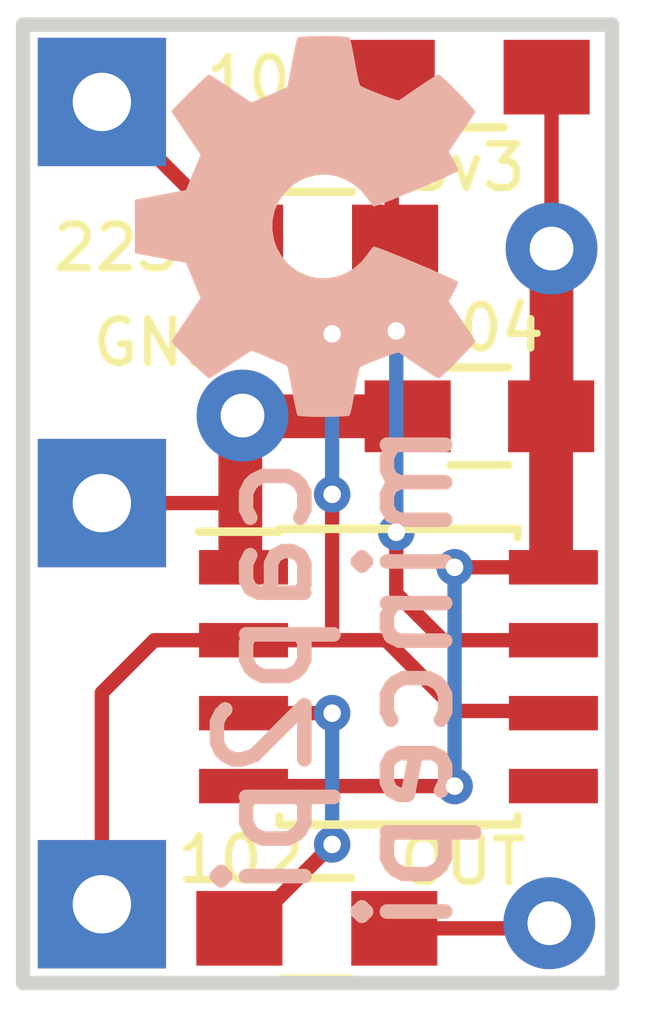
<source format=kicad_pcb>
(kicad_pcb (version 4) (host pcbnew 4.0.5+dfsg1-4)

  (general
    (links 15)
    (no_connects 0)
    (area 142.519399 100.253799 153.035001 117.195601)
    (thickness 1.6)
    (drawings 12)
    (tracks 66)
    (zones 0)
    (modules 12)
    (nets 8)
  )

  (page A4)
  (layers
    (0 F.Cu signal)
    (31 B.Cu signal)
    (32 B.Adhes user)
    (34 B.Paste user)
    (36 B.SilkS user)
    (37 F.SilkS user)
    (38 B.Mask user hide)
    (39 F.Mask user hide)
    (40 Dwgs.User user hide)
    (41 Cmts.User user hide)
    (42 Eco1.User user hide)
    (43 Eco2.User user hide)
    (44 Edge.Cuts user)
    (45 Margin user hide)
    (46 B.CrtYd user)
    (47 F.CrtYd user)
    (48 B.Fab user hide)
    (49 F.Fab user hide)
  )

  (setup
    (last_trace_width 0.25)
    (user_trace_width 0.762)
    (trace_clearance 0.2)
    (zone_clearance 0.508)
    (zone_45_only no)
    (trace_min 0.2)
    (segment_width 0.2)
    (edge_width 0.15)
    (via_size 0.635)
    (via_drill 0.3048)
    (via_min_size 0.4)
    (via_min_drill 0.3)
    (uvia_size 0.3)
    (uvia_drill 0.1)
    (uvias_allowed no)
    (uvia_min_size 0)
    (uvia_min_drill 0)
    (pcb_text_width 0.3)
    (pcb_text_size 1.5 1.5)
    (mod_edge_width 0.15)
    (mod_text_size 1 1)
    (mod_text_width 0.15)
    (pad_size 1.6 1.6)
    (pad_drill 0.762)
    (pad_to_mask_clearance 0.0508)
    (aux_axis_origin 0 0)
    (visible_elements 7FFEFF7F)
    (pcbplotparams
      (layerselection 0x00030_80000001)
      (usegerberextensions false)
      (excludeedgelayer true)
      (linewidth 0.100000)
      (plotframeref false)
      (viasonmask false)
      (mode 1)
      (useauxorigin false)
      (hpglpennumber 1)
      (hpglpenspeed 20)
      (hpglpendiameter 15)
      (hpglpenoverlay 2)
      (psnegative false)
      (psa4output false)
      (plotreference true)
      (plotvalue true)
      (plotinvisibletext false)
      (padsonsilk false)
      (subtractmaskfromsilk false)
      (outputformat 1)
      (mirror false)
      (drillshape 1)
      (scaleselection 1)
      (outputdirectory ""))
  )

  (net 0 "")
  (net 1 "Net-(C1-Pad1)")
  (net 2 "Net-(C1-Pad2)")
  (net 3 "Net-(P2-Pad1)")
  (net 4 "Net-(P6-Pad1)")
  (net 5 "Net-(R1-Pad2)")
  (net 6 "Net-(R3-Pad2)")
  (net 7 "Net-(U1-Pad5)")

  (net_class Default "This is the default net class."
    (clearance 0.2)
    (trace_width 0.25)
    (via_dia 0.635)
    (via_drill 0.3048)
    (uvia_dia 0.3)
    (uvia_drill 0.1)
    (add_net "Net-(C1-Pad1)")
    (add_net "Net-(C1-Pad2)")
    (add_net "Net-(P2-Pad1)")
    (add_net "Net-(P6-Pad1)")
    (add_net "Net-(R1-Pad2)")
    (add_net "Net-(R3-Pad2)")
    (add_net "Net-(U1-Pad5)")
  )

  (module Resistors_SMD:R_0805_HandSoldering (layer F.Cu) (tedit 5DE173DF) (tstamp 5DE081FC)
    (at 150.4188 101.2952 180)
    (descr "Resistor SMD 0805, hand soldering")
    (tags "resistor 0805")
    (path /5DE07F2A)
    (attr smd)
    (fp_text reference R1 (at -10.0711 -2.1336 180) (layer F.SilkS) hide
      (effects (font (size 1 1) (thickness 0.15)))
    )
    (fp_text value 1M (at 0 2.1 180) (layer F.Fab)
      (effects (font (size 1 1) (thickness 0.15)))
    )
    (fp_line (start -1 0.625) (end -1 -0.625) (layer F.Fab) (width 0.1))
    (fp_line (start 1 0.625) (end -1 0.625) (layer F.Fab) (width 0.1))
    (fp_line (start 1 -0.625) (end 1 0.625) (layer F.Fab) (width 0.1))
    (fp_line (start -1 -0.625) (end 1 -0.625) (layer F.Fab) (width 0.1))
    (fp_line (start -2.4 -1) (end 2.4 -1) (layer F.CrtYd) (width 0.05))
    (fp_line (start -2.4 1) (end 2.4 1) (layer F.CrtYd) (width 0.05))
    (fp_line (start -2.4 -1) (end -2.4 1) (layer F.CrtYd) (width 0.05))
    (fp_line (start 2.4 -1) (end 2.4 1) (layer F.CrtYd) (width 0.05))
    (fp_line (start 0.6 0.875) (end -0.6 0.875) (layer F.SilkS) (width 0.15))
    (fp_line (start -0.6 -0.875) (end 0.6 -0.875) (layer F.SilkS) (width 0.15))
    (pad 1 smd rect (at -1.35 0 180) (size 1.5 1.3) (layers F.Cu F.Mask)
      (net 1 "Net-(C1-Pad1)"))
    (pad 2 smd rect (at 1.35 0 180) (size 1.5 1.3) (layers F.Cu F.Mask)
      (net 5 "Net-(R1-Pad2)"))
    (model Resistors_SMD.3dshapes/R_0805_HandSoldering.wrl
      (at (xyz 0 0 0))
      (scale (xyz 1 1 1))
      (rotate (xyz 0 0 0))
    )
  )

  (module Housings_SOIC:SOIC-8_3.9x4.9mm_Pitch1.27mm (layer F.Cu) (tedit 5DE0C183) (tstamp 5DE08214)
    (at 149.1869 111.7346)
    (descr "8-Lead Plastic Small Outline (SN) - Narrow, 3.90 mm Body [SOIC] (see Microchip Packaging Specification 00000049BS.pdf)")
    (tags "SOIC 1.27")
    (path /5DE07D71)
    (attr smd)
    (fp_text reference U1 (at 8.8011 -4.8006 90) (layer F.SilkS) hide
      (effects (font (size 1 1) (thickness 0.15)))
    )
    (fp_text value TLC555 (at 0 3.5) (layer F.Fab)
      (effects (font (size 1 1) (thickness 0.15)))
    )
    (fp_line (start -0.95 -2.45) (end 1.95 -2.45) (layer F.Fab) (width 0.15))
    (fp_line (start 1.95 -2.45) (end 1.95 2.45) (layer F.Fab) (width 0.15))
    (fp_line (start 1.95 2.45) (end -1.95 2.45) (layer F.Fab) (width 0.15))
    (fp_line (start -1.95 2.45) (end -1.95 -1.45) (layer F.Fab) (width 0.15))
    (fp_line (start -1.95 -1.45) (end -0.95 -2.45) (layer F.Fab) (width 0.15))
    (fp_line (start -3.75 -2.75) (end -3.75 2.75) (layer F.CrtYd) (width 0.05))
    (fp_line (start 3.75 -2.75) (end 3.75 2.75) (layer F.CrtYd) (width 0.05))
    (fp_line (start -3.75 -2.75) (end 3.75 -2.75) (layer F.CrtYd) (width 0.05))
    (fp_line (start -3.75 2.75) (end 3.75 2.75) (layer F.CrtYd) (width 0.05))
    (fp_line (start -2.075 -2.575) (end -2.075 -2.525) (layer F.SilkS) (width 0.15))
    (fp_line (start 2.075 -2.575) (end 2.075 -2.43) (layer F.SilkS) (width 0.15))
    (fp_line (start 2.075 2.575) (end 2.075 2.43) (layer F.SilkS) (width 0.15))
    (fp_line (start -2.075 2.575) (end -2.075 2.43) (layer F.SilkS) (width 0.15))
    (fp_line (start -2.075 -2.575) (end 2.075 -2.575) (layer F.SilkS) (width 0.15))
    (fp_line (start -2.075 2.575) (end 2.075 2.575) (layer F.SilkS) (width 0.15))
    (fp_line (start -2.075 -2.525) (end -3.475 -2.525) (layer F.SilkS) (width 0.15))
    (pad 1 smd rect (at -2.7 -1.905) (size 1.55 0.6) (layers F.Cu F.Mask)
      (net 2 "Net-(C1-Pad2)"))
    (pad 2 smd rect (at -2.7 -0.635) (size 1.55 0.6) (layers F.Cu F.Mask)
      (net 3 "Net-(P2-Pad1)"))
    (pad 3 smd rect (at -2.7 0.635) (size 1.55 0.6) (layers F.Cu F.Mask)
      (net 6 "Net-(R3-Pad2)"))
    (pad 4 smd rect (at -2.7 1.905) (size 1.55 0.6) (layers F.Cu F.Mask)
      (net 1 "Net-(C1-Pad1)"))
    (pad 5 smd rect (at 2.7 1.905) (size 1.55 0.6) (layers F.Cu F.Mask)
      (net 7 "Net-(U1-Pad5)"))
    (pad 6 smd rect (at 2.7 0.635) (size 1.55 0.6) (layers F.Cu F.Mask)
      (net 3 "Net-(P2-Pad1)"))
    (pad 7 smd rect (at 2.7 -0.635) (size 1.55 0.6) (layers F.Cu F.Mask)
      (net 5 "Net-(R1-Pad2)"))
    (pad 8 smd rect (at 2.7 -1.905) (size 1.55 0.6) (layers F.Cu F.Mask)
      (net 1 "Net-(C1-Pad1)"))
    (model Housings_SOIC.3dshapes/SOIC-8_3.9x4.9mm_Pitch1.27mm.wrl
      (at (xyz 0 0 0))
      (scale (xyz 1 1 1))
      (rotate (xyz 0 0 0))
    )
  )

  (module Pin_Headers:Pin_Header_Straight_1x01 (layer F.Cu) (tedit 5DE17443) (tstamp 5DE081F1)
    (at 146.4691 107.188)
    (descr "Through hole pin header")
    (tags "pin header")
    (path /5DE08A22)
    (fp_text reference P5 (at 12.7889 6.7564) (layer F.SilkS) hide
      (effects (font (size 1 1) (thickness 0.15)))
    )
    (fp_text value - (at 0 -3.1) (layer F.Fab)
      (effects (font (size 1 1) (thickness 0.15)))
    )
    (fp_line (start -1.75 -1.75) (end -1.75 1.75) (layer F.CrtYd) (width 0.05))
    (fp_line (start 1.75 -1.75) (end 1.75 1.75) (layer F.CrtYd) (width 0.05))
    (fp_line (start -1.75 -1.75) (end 1.75 -1.75) (layer F.CrtYd) (width 0.05))
    (fp_line (start -1.75 1.75) (end 1.75 1.75) (layer F.CrtYd) (width 0.05))
    (pad 1 thru_hole circle (at 0 0) (size 1.6 1.6) (drill 0.762) (layers *.Cu *.Mask)
      (net 2 "Net-(C1-Pad2)"))
  )

  (module Pin_Headers:Pin_Header_Straight_1x01 (layer F.Cu) (tedit 5DE1742C) (tstamp 5DE081DD)
    (at 151.8539 104.2797)
    (descr "Through hole pin header")
    (tags "pin header")
    (path /5DE08A72)
    (fp_text reference P1 (at 11.5189 -4.6736) (layer F.SilkS) hide
      (effects (font (size 1 1) (thickness 0.15)))
    )
    (fp_text value + (at 0 -3.1) (layer F.Fab)
      (effects (font (size 1 1) (thickness 0.15)))
    )
    (fp_line (start -1.75 -1.75) (end -1.75 1.75) (layer F.CrtYd) (width 0.05))
    (fp_line (start 1.75 -1.75) (end 1.75 1.75) (layer F.CrtYd) (width 0.05))
    (fp_line (start -1.75 -1.75) (end 1.75 -1.75) (layer F.CrtYd) (width 0.05))
    (fp_line (start -1.75 1.75) (end 1.75 1.75) (layer F.CrtYd) (width 0.05))
    (pad 1 thru_hole circle (at 0 0) (size 1.6 1.6) (drill 0.762) (layers *.Cu *.Mask)
      (net 1 "Net-(C1-Pad1)"))
  )

  (module Pin_Headers:Pin_Header_Straight_1x01 (layer F.Cu) (tedit 5DE17449) (tstamp 5DE081F6)
    (at 151.8158 116.0272)
    (descr "Through hole pin header")
    (tags "pin header")
    (path /5DE086D8)
    (fp_text reference P6 (at 10.2489 8.0264) (layer F.SilkS) hide
      (effects (font (size 1 1) (thickness 0.15)))
    )
    (fp_text value O (at 0 -3.1) (layer F.Fab)
      (effects (font (size 1 1) (thickness 0.15)))
    )
    (fp_line (start -1.75 -1.75) (end -1.75 1.75) (layer F.CrtYd) (width 0.05))
    (fp_line (start 1.75 -1.75) (end 1.75 1.75) (layer F.CrtYd) (width 0.05))
    (fp_line (start -1.75 -1.75) (end 1.75 -1.75) (layer F.CrtYd) (width 0.05))
    (fp_line (start -1.75 1.75) (end 1.75 1.75) (layer F.CrtYd) (width 0.05))
    (pad 1 thru_hole circle (at 0 0) (size 1.6 1.6) (drill 0.762) (layers *.Cu *.Mask)
      (net 4 "Net-(P6-Pad1)"))
  )

  (module Pin_Headers:Pin_Header_Straight_1x01 (layer F.Cu) (tedit 5DE17446) (tstamp 5DE081E2)
    (at 144.018 115.697)
    (descr "Through hole pin header")
    (tags "pin header")
    (path /5DE08814)
    (fp_text reference P2 (at 12.7889 -0.8636) (layer F.SilkS) hide
      (effects (font (size 1 1) (thickness 0.15)))
    )
    (fp_text value C (at 0 -3.1) (layer F.Fab)
      (effects (font (size 1 1) (thickness 0.15)))
    )
    (fp_line (start -1.75 -1.75) (end -1.75 1.75) (layer F.CrtYd) (width 0.05))
    (fp_line (start 1.75 -1.75) (end 1.75 1.75) (layer F.CrtYd) (width 0.05))
    (fp_line (start -1.75 -1.75) (end 1.75 -1.75) (layer F.CrtYd) (width 0.05))
    (fp_line (start -1.75 1.75) (end 1.75 1.75) (layer F.CrtYd) (width 0.05))
    (pad 1 thru_hole rect (at 0 0) (size 2.2352 2.2352) (drill 1.016) (layers *.Cu *.Mask)
      (net 3 "Net-(P2-Pad1)"))
  )

  (module Pin_Headers:Pin_Header_Straight_1x01 (layer F.Cu) (tedit 5DE17432) (tstamp 5DE081E7)
    (at 144.018 101.727)
    (descr "Through hole pin header")
    (tags "pin header")
    (path /5DE08600)
    (fp_text reference P3 (at 12.7889 1.6764) (layer F.SilkS) hide
      (effects (font (size 1 1) (thickness 0.15)))
    )
    (fp_text value C (at 0 -3.1) (layer F.Fab)
      (effects (font (size 1 1) (thickness 0.15)))
    )
    (fp_line (start -1.75 -1.75) (end -1.75 1.75) (layer F.CrtYd) (width 0.05))
    (fp_line (start 1.75 -1.75) (end 1.75 1.75) (layer F.CrtYd) (width 0.05))
    (fp_line (start -1.75 -1.75) (end 1.75 -1.75) (layer F.CrtYd) (width 0.05))
    (fp_line (start -1.75 1.75) (end 1.75 1.75) (layer F.CrtYd) (width 0.05))
    (pad 1 thru_hole rect (at 0 0) (size 2.2352 2.2352) (drill 1.016) (layers *.Cu *.Mask)
      (net 3 "Net-(P2-Pad1)"))
  )

  (module Pin_Headers:Pin_Header_Straight_1x01 (layer F.Cu) (tedit 5DE1743A) (tstamp 5DE081EC)
    (at 144.018 108.712)
    (descr "Through hole pin header")
    (tags "pin header")
    (path /5DE08695)
    (fp_text reference P4 (at 12.7889 4.2164) (layer F.SilkS) hide
      (effects (font (size 1 1) (thickness 0.15)))
    )
    (fp_text value G (at 0 -3.1) (layer F.Fab)
      (effects (font (size 1 1) (thickness 0.15)))
    )
    (fp_line (start -1.75 -1.75) (end -1.75 1.75) (layer F.CrtYd) (width 0.05))
    (fp_line (start 1.75 -1.75) (end 1.75 1.75) (layer F.CrtYd) (width 0.05))
    (fp_line (start -1.75 -1.75) (end 1.75 -1.75) (layer F.CrtYd) (width 0.05))
    (fp_line (start -1.75 1.75) (end 1.75 1.75) (layer F.CrtYd) (width 0.05))
    (pad 1 thru_hole rect (at 0 0) (size 2.2352 2.2352) (drill 1.016) (layers *.Cu *.Mask)
      (net 2 "Net-(C1-Pad2)"))
  )

  (module Capacitors_SMD:C_0805_HandSoldering (layer F.Cu) (tedit 5DE1743E) (tstamp 5DE081D8)
    (at 150.5966 107.2007 180)
    (descr "Capacitor SMD 0805, hand soldering")
    (tags "capacitor 0805")
    (path /5DE07E8E)
    (attr smd)
    (fp_text reference C1 (at -8.8011 -5.9436 180) (layer F.SilkS) hide
      (effects (font (size 1 1) (thickness 0.15)))
    )
    (fp_text value .1 (at 0 2.1 180) (layer F.Fab)
      (effects (font (size 1 1) (thickness 0.15)))
    )
    (fp_line (start -1 0.625) (end -1 -0.625) (layer F.Fab) (width 0.15))
    (fp_line (start 1 0.625) (end -1 0.625) (layer F.Fab) (width 0.15))
    (fp_line (start 1 -0.625) (end 1 0.625) (layer F.Fab) (width 0.15))
    (fp_line (start -1 -0.625) (end 1 -0.625) (layer F.Fab) (width 0.15))
    (fp_line (start -2.3 -1) (end 2.3 -1) (layer F.CrtYd) (width 0.05))
    (fp_line (start -2.3 1) (end 2.3 1) (layer F.CrtYd) (width 0.05))
    (fp_line (start -2.3 -1) (end -2.3 1) (layer F.CrtYd) (width 0.05))
    (fp_line (start 2.3 -1) (end 2.3 1) (layer F.CrtYd) (width 0.05))
    (fp_line (start 0.5 -0.85) (end -0.5 -0.85) (layer F.SilkS) (width 0.15))
    (fp_line (start -0.5 0.85) (end 0.5 0.85) (layer F.SilkS) (width 0.15))
    (pad 1 smd rect (at -1.25 0 180) (size 1.5 1.25) (layers F.Cu F.Mask)
      (net 1 "Net-(C1-Pad1)"))
    (pad 2 smd rect (at 1.25 0 180) (size 1.5 1.25) (layers F.Cu F.Mask)
      (net 2 "Net-(C1-Pad2)"))
    (model Capacitors_SMD.3dshapes/C_0805_HandSoldering.wrl
      (at (xyz 0 0 0))
      (scale (xyz 1 1 1))
      (rotate (xyz 0 0 0))
    )
  )

  (module Resistors_SMD:R_0805_HandSoldering (layer F.Cu) (tedit 5DE1742F) (tstamp 5DE08202)
    (at 147.7772 104.1654 180)
    (descr "Resistor SMD 0805, hand soldering")
    (tags "resistor 0805")
    (path /5DE07E21)
    (attr smd)
    (fp_text reference R2 (at -11.3411 1.6764 180) (layer F.SilkS) hide
      (effects (font (size 1 1) (thickness 0.15)))
    )
    (fp_text value 22K (at 0 2.1 180) (layer F.Fab)
      (effects (font (size 1 1) (thickness 0.15)))
    )
    (fp_line (start -1 0.625) (end -1 -0.625) (layer F.Fab) (width 0.1))
    (fp_line (start 1 0.625) (end -1 0.625) (layer F.Fab) (width 0.1))
    (fp_line (start 1 -0.625) (end 1 0.625) (layer F.Fab) (width 0.1))
    (fp_line (start -1 -0.625) (end 1 -0.625) (layer F.Fab) (width 0.1))
    (fp_line (start -2.4 -1) (end 2.4 -1) (layer F.CrtYd) (width 0.05))
    (fp_line (start -2.4 1) (end 2.4 1) (layer F.CrtYd) (width 0.05))
    (fp_line (start -2.4 -1) (end -2.4 1) (layer F.CrtYd) (width 0.05))
    (fp_line (start 2.4 -1) (end 2.4 1) (layer F.CrtYd) (width 0.05))
    (fp_line (start 0.6 0.875) (end -0.6 0.875) (layer F.SilkS) (width 0.15))
    (fp_line (start -0.6 -0.875) (end 0.6 -0.875) (layer F.SilkS) (width 0.15))
    (pad 1 smd rect (at -1.35 0 180) (size 1.5 1.3) (layers F.Cu F.Mask)
      (net 5 "Net-(R1-Pad2)"))
    (pad 2 smd rect (at 1.35 0 180) (size 1.5 1.3) (layers F.Cu F.Mask)
      (net 3 "Net-(P2-Pad1)"))
    (model Resistors_SMD.3dshapes/R_0805_HandSoldering.wrl
      (at (xyz 0 0 0))
      (scale (xyz 1 1 1))
      (rotate (xyz 0 0 0))
    )
  )

  (module Resistors_SMD:R_0805_HandSoldering (layer F.Cu) (tedit 5DE17436) (tstamp 5DE08208)
    (at 147.7645 116.1161 180)
    (descr "Resistor SMD 0805, hand soldering")
    (tags "resistor 0805")
    (path /5DE07ED6)
    (attr smd)
    (fp_text reference R3 (at -11.3411 5.4864 180) (layer F.SilkS) hide
      (effects (font (size 1 1) (thickness 0.15)))
    )
    (fp_text value 1K (at 0 2.1 180) (layer F.Fab)
      (effects (font (size 1 1) (thickness 0.15)))
    )
    (fp_line (start -1 0.625) (end -1 -0.625) (layer F.Fab) (width 0.1))
    (fp_line (start 1 0.625) (end -1 0.625) (layer F.Fab) (width 0.1))
    (fp_line (start 1 -0.625) (end 1 0.625) (layer F.Fab) (width 0.1))
    (fp_line (start -1 -0.625) (end 1 -0.625) (layer F.Fab) (width 0.1))
    (fp_line (start -2.4 -1) (end 2.4 -1) (layer F.CrtYd) (width 0.05))
    (fp_line (start -2.4 1) (end 2.4 1) (layer F.CrtYd) (width 0.05))
    (fp_line (start -2.4 -1) (end -2.4 1) (layer F.CrtYd) (width 0.05))
    (fp_line (start 2.4 -1) (end 2.4 1) (layer F.CrtYd) (width 0.05))
    (fp_line (start 0.6 0.875) (end -0.6 0.875) (layer F.SilkS) (width 0.15))
    (fp_line (start -0.6 -0.875) (end 0.6 -0.875) (layer F.SilkS) (width 0.15))
    (pad 1 smd rect (at -1.35 0 180) (size 1.5 1.3) (layers F.Cu F.Mask)
      (net 4 "Net-(P6-Pad1)"))
    (pad 2 smd rect (at 1.35 0 180) (size 1.5 1.3) (layers F.Cu F.Mask)
      (net 6 "Net-(R3-Pad2)"))
    (model Resistors_SMD.3dshapes/R_0805_HandSoldering.wrl
      (at (xyz 0 0 0))
      (scale (xyz 1 1 1))
      (rotate (xyz 0 0 0))
    )
  )

  (module Symbol:OSHW-Symbol_6.7x6mm_SilkScreen (layer B.Cu) (tedit 0) (tstamp 5DEA6C93)
    (at 147.574 103.886 270)
    (descr "Open Source Hardware Symbol")
    (tags "Logo Symbol OSHW")
    (attr virtual)
    (fp_text reference REF** (at 0 0 270) (layer B.SilkS) hide
      (effects (font (size 1 1) (thickness 0.15)) (justify mirror))
    )
    (fp_text value OSHW-Symbol_6.7x6mm_SilkScreen (at 0.75 0 270) (layer B.Fab) hide
      (effects (font (size 1 1) (thickness 0.15)) (justify mirror))
    )
    (fp_poly (pts (xy 0.555814 2.531069) (xy 0.639635 2.086445) (xy 0.94892 1.958947) (xy 1.258206 1.831449)
      (xy 1.629246 2.083754) (xy 1.733157 2.154004) (xy 1.827087 2.216728) (xy 1.906652 2.269062)
      (xy 1.96747 2.308143) (xy 2.005157 2.331107) (xy 2.015421 2.336058) (xy 2.03391 2.323324)
      (xy 2.07342 2.288118) (xy 2.129522 2.234938) (xy 2.197787 2.168282) (xy 2.273786 2.092646)
      (xy 2.353092 2.012528) (xy 2.431275 1.932426) (xy 2.503907 1.856836) (xy 2.566559 1.790255)
      (xy 2.614803 1.737182) (xy 2.64421 1.702113) (xy 2.651241 1.690377) (xy 2.641123 1.66874)
      (xy 2.612759 1.621338) (xy 2.569129 1.552807) (xy 2.513218 1.467785) (xy 2.448006 1.370907)
      (xy 2.410219 1.31565) (xy 2.341343 1.214752) (xy 2.28014 1.123701) (xy 2.229578 1.04703)
      (xy 2.192628 0.989272) (xy 2.172258 0.954957) (xy 2.169197 0.947746) (xy 2.176136 0.927252)
      (xy 2.195051 0.879487) (xy 2.223087 0.811168) (xy 2.257391 0.729011) (xy 2.295109 0.63973)
      (xy 2.333387 0.550042) (xy 2.36937 0.466662) (xy 2.400206 0.396306) (xy 2.423039 0.34569)
      (xy 2.435017 0.321529) (xy 2.435724 0.320578) (xy 2.454531 0.315964) (xy 2.504618 0.305672)
      (xy 2.580793 0.290713) (xy 2.677865 0.272099) (xy 2.790643 0.250841) (xy 2.856442 0.238582)
      (xy 2.97695 0.215638) (xy 3.085797 0.193805) (xy 3.177476 0.174278) (xy 3.246481 0.158252)
      (xy 3.287304 0.146921) (xy 3.295511 0.143326) (xy 3.303548 0.118994) (xy 3.310033 0.064041)
      (xy 3.31497 -0.015108) (xy 3.318364 -0.112026) (xy 3.320218 -0.220287) (xy 3.320538 -0.333465)
      (xy 3.319327 -0.445135) (xy 3.31659 -0.548868) (xy 3.312331 -0.638241) (xy 3.306555 -0.706826)
      (xy 3.299267 -0.748197) (xy 3.294895 -0.75681) (xy 3.268764 -0.767133) (xy 3.213393 -0.781892)
      (xy 3.136107 -0.799352) (xy 3.04423 -0.81778) (xy 3.012158 -0.823741) (xy 2.857524 -0.852066)
      (xy 2.735375 -0.874876) (xy 2.641673 -0.89308) (xy 2.572384 -0.907583) (xy 2.523471 -0.919292)
      (xy 2.490897 -0.929115) (xy 2.470628 -0.937956) (xy 2.458626 -0.946724) (xy 2.456947 -0.948457)
      (xy 2.440184 -0.976371) (xy 2.414614 -1.030695) (xy 2.382788 -1.104777) (xy 2.34726 -1.191965)
      (xy 2.310583 -1.285608) (xy 2.275311 -1.379052) (xy 2.243996 -1.465647) (xy 2.219193 -1.53874)
      (xy 2.203454 -1.591678) (xy 2.199332 -1.617811) (xy 2.199676 -1.618726) (xy 2.213641 -1.640086)
      (xy 2.245322 -1.687084) (xy 2.291391 -1.754827) (xy 2.348518 -1.838423) (xy 2.413373 -1.932982)
      (xy 2.431843 -1.959854) (xy 2.497699 -2.057275) (xy 2.55565 -2.146163) (xy 2.602538 -2.221412)
      (xy 2.635207 -2.27792) (xy 2.6505 -2.310581) (xy 2.651241 -2.314593) (xy 2.638392 -2.335684)
      (xy 2.602888 -2.377464) (xy 2.549293 -2.435445) (xy 2.482171 -2.505135) (xy 2.406087 -2.582045)
      (xy 2.325604 -2.661683) (xy 2.245287 -2.739561) (xy 2.169699 -2.811186) (xy 2.103405 -2.87207)
      (xy 2.050969 -2.917721) (xy 2.016955 -2.94365) (xy 2.007545 -2.947883) (xy 1.985643 -2.937912)
      (xy 1.9408 -2.91102) (xy 1.880321 -2.871736) (xy 1.833789 -2.840117) (xy 1.749475 -2.782098)
      (xy 1.649626 -2.713784) (xy 1.549473 -2.645579) (xy 1.495627 -2.609075) (xy 1.313371 -2.4858)
      (xy 1.160381 -2.56852) (xy 1.090682 -2.604759) (xy 1.031414 -2.632926) (xy 0.991311 -2.648991)
      (xy 0.981103 -2.651226) (xy 0.968829 -2.634722) (xy 0.944613 -2.588082) (xy 0.910263 -2.515609)
      (xy 0.867588 -2.421606) (xy 0.818394 -2.310374) (xy 0.76449 -2.186215) (xy 0.707684 -2.053432)
      (xy 0.649782 -1.916327) (xy 0.592593 -1.779202) (xy 0.537924 -1.646358) (xy 0.487584 -1.522098)
      (xy 0.44338 -1.410725) (xy 0.407119 -1.316539) (xy 0.380609 -1.243844) (xy 0.365658 -1.196941)
      (xy 0.363254 -1.180833) (xy 0.382311 -1.160286) (xy 0.424036 -1.126933) (xy 0.479706 -1.087702)
      (xy 0.484378 -1.084599) (xy 0.628264 -0.969423) (xy 0.744283 -0.835053) (xy 0.83143 -0.685784)
      (xy 0.888699 -0.525913) (xy 0.915086 -0.359737) (xy 0.909585 -0.191552) (xy 0.87119 -0.025655)
      (xy 0.798895 0.133658) (xy 0.777626 0.168513) (xy 0.666996 0.309263) (xy 0.536302 0.422286)
      (xy 0.390064 0.506997) (xy 0.232808 0.562806) (xy 0.069057 0.589126) (xy -0.096667 0.58537)
      (xy -0.259838 0.55095) (xy -0.415935 0.485277) (xy -0.560433 0.387765) (xy -0.605131 0.348187)
      (xy -0.718888 0.224297) (xy -0.801782 0.093876) (xy -0.858644 -0.052315) (xy -0.890313 -0.197088)
      (xy -0.898131 -0.35986) (xy -0.872062 -0.52344) (xy -0.814755 -0.682298) (xy -0.728856 -0.830906)
      (xy -0.617014 -0.963735) (xy -0.481877 -1.075256) (xy -0.464117 -1.087011) (xy -0.40785 -1.125508)
      (xy -0.365077 -1.158863) (xy -0.344628 -1.18016) (xy -0.344331 -1.180833) (xy -0.348721 -1.203871)
      (xy -0.366124 -1.256157) (xy -0.394732 -1.33339) (xy -0.432735 -1.431268) (xy -0.478326 -1.545491)
      (xy -0.529697 -1.671758) (xy -0.585038 -1.805767) (xy -0.642542 -1.943218) (xy -0.700399 -2.079808)
      (xy -0.756802 -2.211237) (xy -0.809942 -2.333205) (xy -0.85801 -2.441409) (xy -0.899199 -2.531549)
      (xy -0.931699 -2.599323) (xy -0.953703 -2.64043) (xy -0.962564 -2.651226) (xy -0.98964 -2.642819)
      (xy -1.040303 -2.620272) (xy -1.105817 -2.587613) (xy -1.141841 -2.56852) (xy -1.294832 -2.4858)
      (xy -1.477088 -2.609075) (xy -1.570125 -2.672228) (xy -1.671985 -2.741727) (xy -1.767438 -2.807165)
      (xy -1.81525 -2.840117) (xy -1.882495 -2.885273) (xy -1.939436 -2.921057) (xy -1.978646 -2.942938)
      (xy -1.991381 -2.947563) (xy -2.009917 -2.935085) (xy -2.050941 -2.900252) (xy -2.110475 -2.846678)
      (xy -2.184542 -2.777983) (xy -2.269165 -2.697781) (xy -2.322685 -2.646286) (xy -2.416319 -2.554286)
      (xy -2.497241 -2.471999) (xy -2.562177 -2.402945) (xy -2.607858 -2.350644) (xy -2.631011 -2.318616)
      (xy -2.633232 -2.312116) (xy -2.622924 -2.287394) (xy -2.594439 -2.237405) (xy -2.550937 -2.167212)
      (xy -2.495577 -2.081875) (xy -2.43152 -1.986456) (xy -2.413303 -1.959854) (xy -2.346927 -1.863167)
      (xy -2.287378 -1.776117) (xy -2.237984 -1.703595) (xy -2.202075 -1.650493) (xy -2.182981 -1.621703)
      (xy -2.181136 -1.618726) (xy -2.183895 -1.595782) (xy -2.198538 -1.545336) (xy -2.222513 -1.474041)
      (xy -2.253266 -1.388547) (xy -2.288244 -1.295507) (xy -2.324893 -1.201574) (xy -2.360661 -1.113399)
      (xy -2.392994 -1.037634) (xy -2.419338 -0.980931) (xy -2.437142 -0.949943) (xy -2.438407 -0.948457)
      (xy -2.449294 -0.939601) (xy -2.467682 -0.930843) (xy -2.497606 -0.921277) (xy -2.543103 -0.909996)
      (xy -2.608209 -0.896093) (xy -2.696961 -0.878663) (xy -2.813393 -0.856798) (xy -2.961542 -0.829591)
      (xy -2.993618 -0.823741) (xy -3.088686 -0.805374) (xy -3.171565 -0.787405) (xy -3.23493 -0.771569)
      (xy -3.271458 -0.7596) (xy -3.276356 -0.75681) (xy -3.284427 -0.732072) (xy -3.290987 -0.67679)
      (xy -3.296033 -0.597389) (xy -3.299559 -0.500296) (xy -3.301561 -0.391938) (xy -3.302036 -0.27874)
      (xy -3.300977 -0.167128) (xy -3.298382 -0.063529) (xy -3.294246 0.025632) (xy -3.288563 0.093928)
      (xy -3.281331 0.134934) (xy -3.276971 0.143326) (xy -3.252698 0.151792) (xy -3.197426 0.165565)
      (xy -3.116662 0.18345) (xy -3.015912 0.204252) (xy -2.900683 0.226777) (xy -2.837902 0.238582)
      (xy -2.718787 0.260849) (xy -2.612565 0.281021) (xy -2.524427 0.298085) (xy -2.459566 0.311031)
      (xy -2.423174 0.318845) (xy -2.417184 0.320578) (xy -2.407061 0.34011) (xy -2.385662 0.387157)
      (xy -2.355839 0.454997) (xy -2.320445 0.536909) (xy -2.282332 0.626172) (xy -2.244353 0.716065)
      (xy -2.20936 0.799865) (xy -2.180206 0.870853) (xy -2.159743 0.922306) (xy -2.150823 0.947503)
      (xy -2.150657 0.948604) (xy -2.160769 0.968481) (xy -2.189117 1.014223) (xy -2.232723 1.081283)
      (xy -2.288606 1.165116) (xy -2.353787 1.261174) (xy -2.391679 1.31635) (xy -2.460725 1.417519)
      (xy -2.52205 1.50937) (xy -2.572663 1.587256) (xy -2.609571 1.646531) (xy -2.629782 1.682549)
      (xy -2.632701 1.690623) (xy -2.620153 1.709416) (xy -2.585463 1.749543) (xy -2.533063 1.806507)
      (xy -2.467384 1.875815) (xy -2.392856 1.952969) (xy -2.313913 2.033475) (xy -2.234983 2.112837)
      (xy -2.1605 2.18656) (xy -2.094894 2.250148) (xy -2.042596 2.299106) (xy -2.008039 2.328939)
      (xy -1.996478 2.336058) (xy -1.977654 2.326047) (xy -1.932631 2.297922) (xy -1.865787 2.254546)
      (xy -1.781499 2.198782) (xy -1.684144 2.133494) (xy -1.610707 2.083754) (xy -1.239667 1.831449)
      (xy -0.621095 2.086445) (xy -0.537275 2.531069) (xy -0.453454 2.975693) (xy 0.471994 2.975693)
      (xy 0.555814 2.531069)) (layer B.SilkS) (width 0.01))
  )

  (gr_text "cap2pi\nmincepi" (at 148.082 111.76 90) (layer B.SilkS)
    (effects (font (thickness 0.254)) (justify mirror))
  )
  (gr_text OUT (at 150.31 114.96) (layer F.SilkS)
    (effects (font (size 0.762 0.762) (thickness 0.127)))
  )
  (gr_text 3v3 (at 150.368 102.87) (layer F.SilkS)
    (effects (font (size 0.762 0.762) (thickness 0.127)))
  )
  (gr_text GND (at 145.034 105.918) (layer F.SilkS)
    (effects (font (size 0.762 0.762) (thickness 0.127)))
  )
  (gr_text 102 (at 146.44 114.92) (layer F.SilkS)
    (effects (font (size 0.762 0.762) (thickness 0.127)))
  )
  (gr_text 104 (at 150.622 105.664) (layer F.SilkS)
    (effects (font (size 0.762 0.762) (thickness 0.127)))
  )
  (gr_text 223 (at 144.272 104.267) (layer F.SilkS)
    (effects (font (size 0.762 0.762) (thickness 0.127)))
  )
  (gr_text 105 (at 146.939 101.346) (layer F.SilkS)
    (effects (font (size 0.762 0.762) (thickness 0.127)))
  )
  (gr_line (start 142.6464 117.0686) (end 142.6464 100.3808) (angle 90) (layer Edge.Cuts) (width 0.254))
  (gr_line (start 152.908 117.0686) (end 142.6464 117.0686) (angle 90) (layer Edge.Cuts) (width 0.254))
  (gr_line (start 152.908 100.3808) (end 152.908 117.0686) (angle 90) (layer Edge.Cuts) (width 0.254))
  (gr_line (start 142.6464 100.3808) (end 152.908 100.3808) (angle 90) (layer Edge.Cuts) (width 0.254))

  (segment (start 151.8869 109.8296) (end 150.1648 109.8296) (width 0.25) (layer F.Cu) (net 1))
  (segment (start 150.1648 113.6396) (end 146.4056 113.6396) (width 0.25) (layer F.Cu) (net 1) (tstamp 5DE0A497))
  (via (at 150.1648 113.6396) (size 0.635) (drill 0.3048) (layers F.Cu B.Cu) (net 1))
  (segment (start 150.1648 109.8296) (end 150.1648 113.6396) (width 0.25) (layer B.Cu) (net 1) (tstamp 5DE0A48F))
  (via (at 150.1648 109.8296) (size 0.635) (drill 0.3048) (layers F.Cu B.Cu) (net 1))
  (segment (start 151.8539 104.2797) (end 151.8539 101.2952) (width 0.25) (layer F.Cu) (net 1))
  (segment (start 151.6926 104.2416) (end 151.8539 104.2416) (width 0.25) (layer F.Cu) (net 1) (tstamp 5DE08B1A))
  (segment (start 151.8539 104.2416) (end 151.8539 104.2797) (width 0.25) (layer F.Cu) (net 1) (tstamp 5DE08B1B))
  (segment (start 151.8539 104.2797) (end 151.8539 107.2134) (width 0.762) (layer F.Cu) (net 1))
  (segment (start 151.8539 107.2134) (end 151.8285 107.2134) (width 0.25) (layer F.Cu) (net 1) (tstamp 5DE08AB3))
  (segment (start 151.8285 107.2134) (end 151.8466 107.2007) (width 0.25) (layer F.Cu) (net 1) (tstamp 5DE08AB4))
  (segment (start 151.8466 107.2007) (end 151.8466 109.7153) (width 0.762) (layer F.Cu) (net 1))
  (segment (start 151.8466 109.7153) (end 151.9428 109.7153) (width 0.25) (layer F.Cu) (net 1) (tstamp 5DE08A88))
  (segment (start 151.9428 109.7153) (end 151.8869 109.8296) (width 0.25) (layer F.Cu) (net 1) (tstamp 5DE08A89))
  (segment (start 151.9174 109.8423) (end 151.9174 109.7788) (width 0.25) (layer F.Cu) (net 1) (tstamp 5DE08847))
  (segment (start 151.9174 109.7788) (end 151.8869 109.8296) (width 0.25) (layer F.Cu) (net 1) (tstamp 5DE08848))
  (segment (start 144.018 108.712) (end 146.4056 108.712) (width 0.25) (layer F.Cu) (net 2))
  (segment (start 146.4056 108.6104) (end 146.431 108.6104) (width 0.25) (layer F.Cu) (net 2) (tstamp 5DE0A2A9))
  (segment (start 146.4056 108.712) (end 146.4056 108.6104) (width 0.25) (layer F.Cu) (net 2) (tstamp 5DE0A2A8))
  (segment (start 149.3466 107.2007) (end 146.931 107.2007) (width 0.762) (layer F.Cu) (net 2))
  (segment (start 146.931 107.2007) (end 146.431 107.7007) (width 0.25) (layer F.Cu) (net 2) (tstamp 5DE08EE6))
  (segment (start 146.431 107.7007) (end 146.431 108.6104) (width 0.762) (layer F.Cu) (net 2) (tstamp 5DE08EDE))
  (segment (start 146.431 108.6104) (end 146.431 108.8263) (width 0.762) (layer F.Cu) (net 2) (tstamp 5DE0A2AA))
  (segment (start 146.431 108.8263) (end 146.431 109.6391) (width 0.762) (layer F.Cu) (net 2) (tstamp 5DE08EEC))
  (segment (start 146.431 109.6391) (end 146.431 109.5756) (width 0.25) (layer F.Cu) (net 2) (tstamp 5DE08EE7))
  (segment (start 146.431 109.5756) (end 146.4564 109.5756) (width 0.25) (layer F.Cu) (net 2) (tstamp 5DE08EE8))
  (segment (start 146.431 109.5756) (end 146.4869 109.8296) (width 0.25) (layer F.Cu) (net 2) (tstamp 5DE08EE9))
  (segment (start 146.4691 109.5883) (end 146.4564 109.5883) (width 0.25) (layer F.Cu) (net 2) (tstamp 5DE089A8))
  (segment (start 146.4564 109.5883) (end 146.4869 109.8296) (width 0.25) (layer F.Cu) (net 2) (tstamp 5DE089A9))
  (segment (start 148.0312 111.0996) (end 148.0312 108.5596) (width 0.25) (layer F.Cu) (net 3))
  (segment (start 148.0312 105.7656) (end 146.5072 104.2416) (width 0.25) (layer F.Cu) (net 3) (tstamp 5DE0A5F2))
  (via (at 148.0312 105.7656) (size 0.635) (drill 0.3048) (layers F.Cu B.Cu) (net 3))
  (segment (start 148.0312 105.8164) (end 148.0312 105.7656) (width 0.25) (layer B.Cu) (net 3) (tstamp 5DE0A5EB))
  (segment (start 148.0312 108.5596) (end 148.0312 105.8164) (width 0.25) (layer B.Cu) (net 3) (tstamp 5DE0A5E2))
  (via (at 148.0312 108.5596) (size 0.635) (drill 0.3048) (layers F.Cu B.Cu) (net 3))
  (segment (start 146.5072 104.2416) (end 146.4564 104.2416) (width 0.25) (layer F.Cu) (net 3) (tstamp 5DE0A5F3))
  (segment (start 146.4564 104.2416) (end 146.4272 104.1654) (width 0.25) (layer F.Cu) (net 3) (tstamp 5DE0A5F4))
  (segment (start 144.018 101.727) (end 146.5072 104.2162) (width 0.25) (layer F.Cu) (net 3))
  (segment (start 146.5072 104.2162) (end 146.5072 104.2416) (width 0.25) (layer F.Cu) (net 3) (tstamp 5DE0A32E))
  (segment (start 146.5072 104.2416) (end 146.4272 104.1654) (width 0.25) (layer F.Cu) (net 3) (tstamp 5DE0A32F))
  (segment (start 146.4869 111.0996) (end 148.0312 111.0996) (width 0.25) (layer F.Cu) (net 3))
  (segment (start 148.0312 111.0996) (end 148.1709 111.0996) (width 0.25) (layer F.Cu) (net 3) (tstamp 5DE0A5D6))
  (segment (start 146.4869 111.0996) (end 144.9324 111.0996) (width 0.25) (layer F.Cu) (net 3))
  (segment (start 144.9324 111.0996) (end 144.018 112.014) (width 0.25) (layer F.Cu) (net 3) (tstamp 5DE0A1D0))
  (segment (start 144.018 112.014) (end 144.018 115.6716) (width 0.25) (layer F.Cu) (net 3) (tstamp 5DE0A1D4))
  (segment (start 148.1709 111.0996) (end 148.1074 111.0996) (width 0.25) (layer F.Cu) (net 3) (tstamp 5DE091D5))
  (segment (start 148.1074 111.0996) (end 148.971 111.0996) (width 0.25) (layer F.Cu) (net 3) (tstamp 5DE08E09))
  (segment (start 148.971 111.0996) (end 150.2029 112.3315) (width 0.25) (layer F.Cu) (net 3) (tstamp 5DE08908))
  (segment (start 150.2029 112.3315) (end 152.1206 112.3315) (width 0.25) (layer F.Cu) (net 3) (tstamp 5DE0890B))
  (segment (start 149.1145 116.1161) (end 151.8031 116.1161) (width 0.25) (layer F.Cu) (net 4))
  (segment (start 149.1272 104.1654) (end 149.1272 105.7148) (width 0.25) (layer F.Cu) (net 5))
  (segment (start 149.9616 111.0996) (end 151.7396 111.0996) (width 0.25) (layer F.Cu) (net 5) (tstamp 5DE0A4E7))
  (segment (start 149.1488 110.2868) (end 149.9616 111.0996) (width 0.25) (layer F.Cu) (net 5) (tstamp 5DE0A4E2))
  (segment (start 149.1488 109.22) (end 149.1488 110.2868) (width 0.25) (layer F.Cu) (net 5) (tstamp 5DE0A4DC))
  (via (at 149.1488 109.22) (size 0.635) (drill 0.3048) (layers F.Cu B.Cu) (net 5))
  (segment (start 149.1488 105.7148) (end 149.1488 109.22) (width 0.25) (layer B.Cu) (net 5) (tstamp 5DE0A4CB))
  (via (at 149.1488 105.7148) (size 0.635) (drill 0.3048) (layers F.Cu B.Cu) (net 5))
  (segment (start 149.1272 105.7148) (end 149.1488 105.7148) (width 0.25) (layer F.Cu) (net 5) (tstamp 5DE0A4CA))
  (segment (start 149.0688 101.2952) (end 149.0688 104.2416) (width 0.25) (layer F.Cu) (net 5))
  (segment (start 146.4869 112.3696) (end 148.0312 112.3696) (width 0.25) (layer F.Cu) (net 6))
  (segment (start 148.0312 114.6556) (end 146.4564 116.2304) (width 0.25) (layer F.Cu) (net 6) (tstamp 5DE0A5AF))
  (via (at 148.0312 114.6556) (size 0.635) (drill 0.3048) (layers F.Cu B.Cu) (net 6))
  (segment (start 148.0312 112.3696) (end 148.0312 114.6556) (width 0.25) (layer B.Cu) (net 6) (tstamp 5DE0A5A6))
  (via (at 148.0312 112.3696) (size 0.635) (drill 0.3048) (layers F.Cu B.Cu) (net 6))
  (segment (start 146.4564 116.2304) (end 146.304 116.2304) (width 0.25) (layer F.Cu) (net 6) (tstamp 5DE0A5B0))
  (segment (start 146.304 116.2304) (end 146.4145 116.1161) (width 0.25) (layer F.Cu) (net 6) (tstamp 5DE0A5B1))

)

</source>
